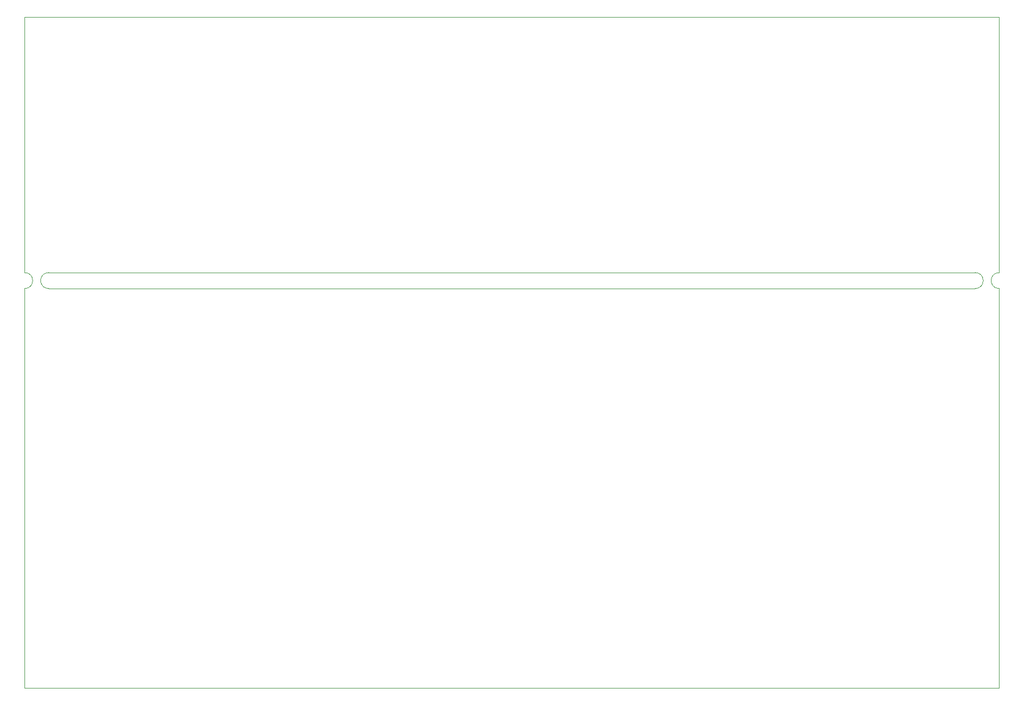
<source format=gbr>
G04 #@! TF.GenerationSoftware,KiCad,Pcbnew,(5.1.5)-3*
G04 #@! TF.CreationDate,2020-02-09T12:12:53-03:00*
G04 #@! TF.ProjectId,Entrenador1-SchDoc_4Display_en_uno,456e7472-656e-4616-946f-72312d536368,v1.0*
G04 #@! TF.SameCoordinates,PX429d390PY8198450*
G04 #@! TF.FileFunction,Profile,NP*
%FSLAX46Y46*%
G04 Gerber Fmt 4.6, Leading zero omitted, Abs format (unit mm)*
G04 Created by KiCad (PCBNEW (5.1.5)-3) date 2020-02-09 12:12:53*
%MOMM*%
%LPD*%
G04 APERTURE LIST*
%ADD10C,0.100000*%
G04 APERTURE END LIST*
D10*
X-3810000Y59690000D02*
G75*
G03X-3810000Y62230000I0J1270000D01*
G01*
X0Y62230000D02*
G75*
G03X0Y59690000I0J-1270000D01*
G01*
X147320000Y59690000D02*
G75*
G03X147320000Y62230000I0J1270000D01*
G01*
X151130000Y62230000D02*
G75*
G03X151130000Y59690000I0J-1270000D01*
G01*
X147320000Y59690000D02*
X0Y59690000D01*
X0Y62230000D02*
X147320000Y62230000D01*
X-3810000Y59690000D02*
X-3810000Y59055000D01*
X-3810000Y62230000D02*
X-3810000Y62865000D01*
X151130000Y-3810000D02*
X148590000Y-3810000D01*
X151130000Y59690000D02*
X151130000Y-3810000D01*
X151130000Y102870000D02*
X151130000Y62230000D01*
X148590000Y102870000D02*
X151130000Y102870000D01*
X-3810000Y59055000D02*
X-3810000Y57150000D01*
X-3810000Y62865000D02*
X-3810000Y64770000D01*
X-3810000Y102870000D02*
X-3810000Y64770000D01*
X-3810000Y-3810000D02*
X-3810000Y57150000D01*
X148590000Y-3810000D02*
X-3810000Y-3810000D01*
X-3810000Y102870000D02*
X148590000Y102870000D01*
M02*

</source>
